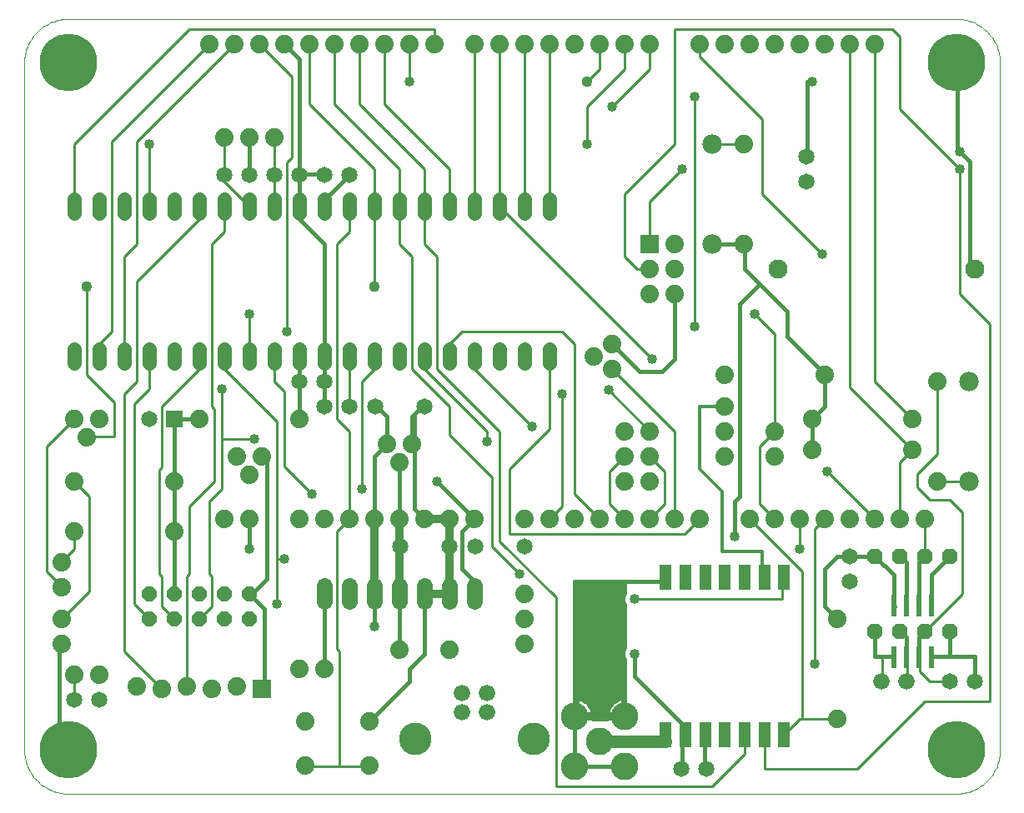
<source format=gtl>
G75*
G70*
%OFA0B0*%
%FSLAX24Y24*%
%IPPOS*%
%LPD*%
%AMOC8*
5,1,8,0,0,1.08239X$1,22.5*
%
%ADD10C,0.0000*%
%ADD11C,0.0560*%
%ADD12C,0.0740*%
%ADD13C,0.0650*%
%ADD14C,0.0660*%
%ADD15C,0.1300*%
%ADD16R,0.0740X0.0740*%
%ADD17OC8,0.0630*%
%ADD18R,0.0240X0.0870*%
%ADD19C,0.0160*%
%ADD20C,0.0768*%
%ADD21OC8,0.0600*%
%ADD22C,0.2300*%
%ADD23R,0.0650X0.0650*%
%ADD24C,0.0634*%
%ADD25C,0.0780*%
%ADD26C,0.1100*%
%ADD27R,0.0500X0.1000*%
%ADD28C,0.0100*%
%ADD29C,0.0150*%
%ADD30C,0.0320*%
%ADD31C,0.0400*%
%ADD32C,0.0436*%
%ADD33C,0.0500*%
%ADD34C,0.0240*%
%ADD35C,0.0120*%
D10*
X002430Y001811D02*
X037930Y001811D01*
X038013Y001813D01*
X038096Y001819D01*
X038179Y001829D01*
X038261Y001843D01*
X038343Y001860D01*
X038423Y001882D01*
X038502Y001907D01*
X038580Y001936D01*
X038657Y001969D01*
X038732Y002006D01*
X038805Y002045D01*
X038876Y002089D01*
X038945Y002135D01*
X039012Y002185D01*
X039076Y002238D01*
X039138Y002294D01*
X039197Y002353D01*
X039253Y002415D01*
X039306Y002479D01*
X039356Y002546D01*
X039402Y002615D01*
X039446Y002686D01*
X039485Y002759D01*
X039522Y002834D01*
X039555Y002911D01*
X039584Y002989D01*
X039609Y003068D01*
X039631Y003148D01*
X039648Y003230D01*
X039662Y003312D01*
X039672Y003395D01*
X039678Y003478D01*
X039680Y003561D01*
X039680Y031061D01*
X039678Y031144D01*
X039672Y031227D01*
X039662Y031310D01*
X039648Y031392D01*
X039631Y031474D01*
X039609Y031554D01*
X039584Y031633D01*
X039555Y031711D01*
X039522Y031788D01*
X039485Y031863D01*
X039446Y031936D01*
X039402Y032007D01*
X039356Y032076D01*
X039306Y032143D01*
X039253Y032207D01*
X039197Y032269D01*
X039138Y032328D01*
X039076Y032384D01*
X039012Y032437D01*
X038945Y032487D01*
X038876Y032533D01*
X038805Y032577D01*
X038732Y032616D01*
X038657Y032653D01*
X038580Y032686D01*
X038502Y032715D01*
X038423Y032740D01*
X038343Y032762D01*
X038261Y032779D01*
X038179Y032793D01*
X038096Y032803D01*
X038013Y032809D01*
X037930Y032811D01*
X002430Y032811D01*
X002347Y032809D01*
X002264Y032803D01*
X002181Y032793D01*
X002099Y032779D01*
X002017Y032762D01*
X001937Y032740D01*
X001858Y032715D01*
X001780Y032686D01*
X001703Y032653D01*
X001628Y032616D01*
X001555Y032577D01*
X001484Y032533D01*
X001415Y032487D01*
X001348Y032437D01*
X001284Y032384D01*
X001222Y032328D01*
X001163Y032269D01*
X001107Y032207D01*
X001054Y032143D01*
X001004Y032076D01*
X000958Y032007D01*
X000914Y031936D01*
X000875Y031863D01*
X000838Y031788D01*
X000805Y031711D01*
X000776Y031633D01*
X000751Y031554D01*
X000729Y031474D01*
X000712Y031392D01*
X000698Y031310D01*
X000688Y031227D01*
X000682Y031144D01*
X000680Y031061D01*
X000680Y003561D01*
X000682Y003478D01*
X000688Y003395D01*
X000698Y003312D01*
X000712Y003230D01*
X000729Y003148D01*
X000751Y003068D01*
X000776Y002989D01*
X000805Y002911D01*
X000838Y002834D01*
X000875Y002759D01*
X000914Y002686D01*
X000958Y002615D01*
X001004Y002546D01*
X001054Y002479D01*
X001107Y002415D01*
X001163Y002353D01*
X001222Y002294D01*
X001284Y002238D01*
X001348Y002185D01*
X001415Y002135D01*
X001484Y002089D01*
X001555Y002045D01*
X001628Y002006D01*
X001703Y001969D01*
X001780Y001936D01*
X001858Y001907D01*
X001937Y001882D01*
X002017Y001860D01*
X002099Y001843D01*
X002181Y001829D01*
X002264Y001819D01*
X002347Y001813D01*
X002430Y001811D01*
D11*
X002680Y019031D02*
X002680Y019591D01*
X003680Y019591D02*
X003680Y019031D01*
X004680Y019031D02*
X004680Y019591D01*
X005680Y019591D02*
X005680Y019031D01*
X006680Y019031D02*
X006680Y019591D01*
X007680Y019591D02*
X007680Y019031D01*
X008680Y019031D02*
X008680Y019591D01*
X009680Y019591D02*
X009680Y019031D01*
X010680Y019031D02*
X010680Y019591D01*
X011680Y019591D02*
X011680Y019031D01*
X012680Y019031D02*
X012680Y019591D01*
X013680Y019591D02*
X013680Y019031D01*
X014680Y019031D02*
X014680Y019591D01*
X015680Y019591D02*
X015680Y019031D01*
X016680Y019031D02*
X016680Y019591D01*
X017680Y019591D02*
X017680Y019031D01*
X018680Y019031D02*
X018680Y019591D01*
X019680Y019591D02*
X019680Y019031D01*
X020680Y019031D02*
X020680Y019591D01*
X021680Y019591D02*
X021680Y019031D01*
X021680Y025031D02*
X021680Y025591D01*
X020680Y025591D02*
X020680Y025031D01*
X019680Y025031D02*
X019680Y025591D01*
X018680Y025591D02*
X018680Y025031D01*
X017680Y025031D02*
X017680Y025591D01*
X016680Y025591D02*
X016680Y025031D01*
X015680Y025031D02*
X015680Y025591D01*
X014680Y025591D02*
X014680Y025031D01*
X013680Y025031D02*
X013680Y025591D01*
X012680Y025591D02*
X012680Y025031D01*
X011680Y025031D02*
X011680Y025591D01*
X010680Y025591D02*
X010680Y025031D01*
X009680Y025031D02*
X009680Y025591D01*
X008680Y025591D02*
X008680Y025031D01*
X007680Y025031D02*
X007680Y025591D01*
X006680Y025591D02*
X006680Y025031D01*
X005680Y025031D02*
X005680Y025591D01*
X004680Y025591D02*
X004680Y025031D01*
X003680Y025031D02*
X003680Y025591D01*
X002680Y025591D02*
X002680Y025031D01*
D12*
X008680Y028061D03*
X009680Y028061D03*
X010680Y028061D03*
X011080Y031811D03*
X012080Y031811D03*
X013080Y031811D03*
X014080Y031811D03*
X015080Y031811D03*
X016080Y031811D03*
X017080Y031811D03*
X018680Y031811D03*
X019680Y031811D03*
X020680Y031811D03*
X021680Y031811D03*
X022680Y031811D03*
X023680Y031811D03*
X024680Y031811D03*
X025680Y031811D03*
X027680Y031811D03*
X028680Y031811D03*
X029680Y031811D03*
X030680Y031811D03*
X031680Y031811D03*
X032680Y031811D03*
X033680Y031811D03*
X034680Y031811D03*
X029430Y027811D03*
X029430Y023811D03*
X026680Y023811D03*
X026680Y022811D03*
X026680Y021811D03*
X025680Y021811D03*
X025680Y022811D03*
X024180Y019811D03*
X023430Y019311D03*
X024180Y018811D03*
X024680Y016311D03*
X025680Y016311D03*
X025680Y015311D03*
X024680Y015311D03*
X024680Y014311D03*
X025680Y014311D03*
X025680Y012811D03*
X024680Y012811D03*
X023680Y012811D03*
X022680Y012811D03*
X021680Y012811D03*
X020680Y012811D03*
X018680Y012811D03*
X017680Y012811D03*
X016680Y012811D03*
X015680Y012811D03*
X014680Y012811D03*
X013680Y012811D03*
X012680Y012811D03*
X011680Y012811D03*
X009680Y012811D03*
X008680Y012811D03*
X009680Y014561D03*
X009180Y015311D03*
X010180Y015311D03*
X011680Y016811D03*
X015180Y015811D03*
X015680Y015061D03*
X016180Y015811D03*
X020680Y009811D03*
X020680Y008811D03*
X020680Y007811D03*
X017680Y007561D03*
X015680Y007561D03*
X012680Y006811D03*
X011680Y006811D03*
X011900Y004701D03*
X011900Y002921D03*
X014460Y002921D03*
X014460Y004701D03*
X009180Y006111D03*
X008180Y006011D03*
X007180Y006111D03*
X006180Y006011D03*
X005180Y006111D03*
X003680Y006561D03*
X002680Y006561D03*
X002180Y007811D03*
X002180Y008811D03*
X002180Y010061D03*
X002180Y011061D03*
X002680Y012311D03*
X002680Y014311D03*
X003180Y016061D03*
X002680Y016811D03*
X003680Y016811D03*
X006680Y014311D03*
X006680Y012311D03*
X007680Y016811D03*
X008080Y031811D03*
X009080Y031811D03*
X010080Y031811D03*
X028680Y018561D03*
X028680Y017311D03*
X028680Y016311D03*
X028680Y015311D03*
X030680Y015311D03*
X030680Y016311D03*
X032180Y016811D03*
X032180Y015561D03*
X031680Y012811D03*
X032680Y012811D03*
X033680Y012811D03*
X034680Y012811D03*
X035680Y012811D03*
X036680Y012811D03*
X037180Y014311D03*
X036180Y015561D03*
X036180Y016811D03*
X037180Y018311D03*
X032680Y018561D03*
X030680Y012811D03*
X029680Y012811D03*
X027680Y012811D03*
X026680Y012811D03*
X033180Y008811D03*
X033180Y004811D03*
D13*
X037680Y006311D03*
X038680Y006311D03*
X033680Y010311D03*
X033680Y011311D03*
X027930Y002811D03*
X026930Y002811D03*
X020664Y011686D03*
X018696Y011686D03*
X017664Y011686D03*
X015696Y011686D03*
X016664Y017311D03*
X014696Y017311D03*
X013680Y017311D03*
X012680Y017311D03*
X012680Y018311D03*
X011680Y018311D03*
X005680Y016811D03*
X008680Y026561D03*
X009680Y026561D03*
X010680Y026561D03*
X011680Y026561D03*
X012680Y026561D03*
X013680Y026561D03*
X031930Y026311D03*
X031930Y027311D03*
X003680Y005561D03*
X002680Y005561D03*
D14*
X018188Y005841D03*
X018188Y005061D03*
X019172Y005061D03*
X019172Y005841D03*
X034930Y006311D03*
X035930Y006311D03*
D15*
X021050Y003991D03*
X016310Y003991D03*
D16*
X010180Y006011D03*
X025680Y023811D03*
D17*
X034680Y011311D03*
X035680Y011311D03*
X036680Y011311D03*
X037680Y011311D03*
X037680Y008311D03*
X036680Y008311D03*
X035680Y008311D03*
X034680Y008311D03*
D18*
X035430Y007281D03*
X035930Y007281D03*
X036430Y007281D03*
X036930Y007281D03*
X036930Y009341D03*
X036430Y009341D03*
X035930Y009341D03*
X035430Y009341D03*
D19*
X035430Y009311D02*
X035430Y010561D01*
X034680Y011311D01*
X035680Y011311D02*
X035930Y011061D01*
X035930Y009311D01*
X036430Y009311D02*
X036430Y011061D01*
X036680Y011311D01*
X036930Y010561D02*
X037680Y011311D01*
X036930Y010561D02*
X036930Y009311D01*
X036680Y008311D02*
X036430Y008061D01*
X036430Y007311D01*
X036930Y007311D02*
X037680Y007311D01*
X037680Y008311D01*
X035930Y008061D02*
X035930Y007311D01*
X035430Y007311D02*
X034680Y007311D01*
X034680Y008311D01*
X035680Y008311D02*
X035930Y008061D01*
X024680Y002911D02*
X022680Y002911D01*
X022680Y004911D01*
X023680Y004911D01*
D20*
X030806Y022811D03*
X038680Y022811D03*
D21*
X009680Y009811D03*
X008680Y009811D03*
X007680Y009811D03*
X007680Y008811D03*
X008680Y008811D03*
X009680Y008811D03*
X006680Y008811D03*
X005680Y008811D03*
X005680Y009811D03*
X006680Y009811D03*
D22*
X002430Y003561D03*
X002430Y031061D03*
X037930Y031061D03*
X037930Y003561D03*
D23*
X006680Y016811D03*
D24*
X012680Y010128D02*
X012680Y009494D01*
X013680Y009494D02*
X013680Y010128D01*
X014680Y010128D02*
X014680Y009494D01*
X015680Y009494D02*
X015680Y010128D01*
X016680Y010128D02*
X016680Y009494D01*
X017680Y009494D02*
X017680Y010128D01*
X018680Y010128D02*
X018680Y009494D01*
D25*
X028180Y023811D03*
X028180Y027811D03*
X038430Y018311D03*
X038430Y014311D03*
D26*
X024680Y004911D03*
X023680Y003911D03*
X022680Y002911D03*
X024680Y002911D03*
X022680Y004911D03*
D27*
X026318Y004162D03*
X027105Y004162D03*
X027893Y004162D03*
X028680Y004162D03*
X029467Y004162D03*
X030255Y004162D03*
X031042Y004162D03*
X031042Y010461D03*
X030255Y010461D03*
X029467Y010461D03*
X028680Y010461D03*
X027893Y010461D03*
X027105Y010461D03*
X026318Y010461D03*
D28*
X025080Y009611D02*
X030980Y009611D01*
X030980Y010411D01*
X031042Y010461D01*
X031780Y010711D02*
X029680Y012811D01*
X030080Y013411D02*
X030080Y015711D01*
X030680Y016311D01*
X030680Y020211D01*
X029880Y021011D01*
X027480Y020511D02*
X027480Y029711D01*
X025680Y030811D02*
X025680Y031811D01*
X024680Y031811D02*
X024680Y030811D01*
X023180Y029311D01*
X023180Y027811D01*
X024180Y029311D02*
X025680Y030811D01*
X026680Y032411D02*
X026680Y027811D01*
X024680Y025811D01*
X024680Y023311D01*
X025180Y022811D01*
X025680Y022811D01*
X025680Y023811D02*
X025680Y025511D01*
X026980Y026811D01*
X028180Y027811D02*
X029430Y027811D01*
X030180Y028811D02*
X027680Y031311D01*
X027680Y031811D01*
X026680Y032411D02*
X035380Y032411D01*
X035680Y032111D01*
X035680Y029211D01*
X038080Y026811D01*
X038080Y021811D01*
X039280Y020611D01*
X039280Y005511D01*
X036680Y005511D01*
X033980Y002811D01*
X030280Y002811D01*
X030280Y004111D01*
X030255Y004162D01*
X029480Y004111D02*
X029480Y003411D01*
X028180Y002111D01*
X021930Y002111D01*
X021930Y009661D01*
X019680Y011911D01*
X019680Y016311D01*
X017180Y018811D01*
X017180Y023311D01*
X016680Y023811D01*
X016680Y025311D01*
X016680Y026811D01*
X014080Y029411D01*
X014080Y031811D01*
X013080Y031811D02*
X013080Y029411D01*
X015680Y026811D01*
X015680Y025311D01*
X015680Y023811D01*
X016180Y023311D01*
X016180Y018811D01*
X017680Y017311D01*
X017680Y016161D01*
X019380Y014461D01*
X019380Y011711D01*
X020480Y010611D01*
X020080Y012211D02*
X020080Y014811D01*
X021680Y016411D01*
X021680Y019311D01*
X022680Y019811D02*
X022180Y020311D01*
X018180Y020311D01*
X017680Y019811D01*
X017680Y019311D01*
X016680Y019311D02*
X016680Y018811D01*
X019180Y016311D01*
X019180Y015911D01*
X020980Y016511D02*
X018680Y018811D01*
X018680Y019311D01*
X022180Y017811D02*
X022180Y013311D01*
X021680Y012811D01*
X022680Y013811D02*
X023680Y012811D01*
X024080Y013411D02*
X024080Y014711D01*
X024680Y015311D01*
X025680Y015311D02*
X026280Y014711D01*
X026280Y013411D01*
X025680Y012811D01*
X024680Y012811D02*
X024080Y013411D01*
X022680Y013811D02*
X022680Y019811D01*
X024180Y018811D02*
X026680Y016311D01*
X026680Y012811D01*
X027080Y012211D02*
X020080Y012211D01*
X014180Y014011D02*
X014180Y018311D01*
X014680Y018811D01*
X014680Y019311D01*
X013680Y019311D02*
X013680Y017311D01*
X013180Y016811D02*
X013180Y023811D01*
X013680Y024311D01*
X013680Y025311D01*
X014680Y025311D02*
X014680Y022111D01*
X014680Y025311D02*
X014680Y026811D01*
X012080Y029411D01*
X012080Y031811D01*
X011380Y030511D02*
X011380Y027261D01*
X011180Y027061D01*
X011180Y020311D01*
X010680Y019311D02*
X010680Y018311D01*
X011080Y017911D01*
X011080Y014911D01*
X012180Y013811D01*
X013180Y012311D02*
X013680Y012811D01*
X013680Y016311D01*
X013180Y016811D01*
X010780Y016711D02*
X010780Y011211D01*
X011080Y011211D01*
X010780Y011211D02*
X010780Y009411D01*
X008180Y009311D02*
X007680Y008811D01*
X008180Y009311D02*
X008180Y010511D01*
X008080Y010611D01*
X008080Y013511D01*
X008580Y014011D01*
X008580Y016011D01*
X009880Y016011D01*
X010780Y016711D02*
X008680Y018811D01*
X008680Y019311D01*
X007680Y019311D02*
X007680Y018811D01*
X006180Y017311D01*
X006180Y014861D01*
X006080Y014761D01*
X006080Y010611D01*
X006180Y010511D01*
X006180Y009311D01*
X006680Y008811D01*
X005680Y008811D02*
X005080Y009411D01*
X005080Y017411D01*
X005680Y018011D01*
X005680Y019311D01*
X004680Y019311D02*
X004680Y023311D01*
X005180Y023811D01*
X005180Y027911D01*
X009080Y031811D01*
X010080Y031811D02*
X011380Y030511D01*
X010680Y028061D02*
X010680Y026561D01*
X010680Y025311D01*
X009680Y025311D02*
X008680Y026311D01*
X008680Y026561D01*
X008680Y028061D01*
X005680Y027811D02*
X005680Y025311D01*
X007680Y025311D02*
X007680Y024811D01*
X005180Y022311D01*
X005180Y018311D01*
X004680Y017811D01*
X004680Y007511D01*
X006180Y006011D01*
X007180Y006111D02*
X007180Y010511D01*
X007280Y010611D01*
X007280Y013311D01*
X008280Y014311D01*
X008280Y017211D01*
X008180Y017311D01*
X008180Y023811D01*
X008680Y024311D01*
X008680Y025311D01*
X004180Y027911D02*
X008080Y031811D01*
X007280Y032411D02*
X017080Y032411D01*
X017080Y031811D01*
X016080Y031811D02*
X016080Y030311D01*
X015080Y029411D02*
X015080Y031811D01*
X015080Y029411D02*
X017680Y026811D01*
X017680Y025311D01*
X018680Y025311D02*
X018680Y031811D01*
X019680Y031811D02*
X019680Y025311D01*
X025780Y019211D01*
X024030Y017961D02*
X025680Y016311D01*
X027680Y012811D02*
X027080Y012211D01*
X030080Y013411D02*
X030680Y012811D01*
X031680Y012811D02*
X031680Y011611D01*
X031780Y010711D02*
X031780Y004811D01*
X031680Y004811D01*
X031080Y004211D01*
X031042Y004162D01*
X031780Y004811D02*
X033180Y004811D01*
X034930Y006311D02*
X034980Y006311D01*
X034980Y007311D01*
X034680Y007311D01*
X034980Y007311D02*
X035480Y007311D01*
X035430Y007281D01*
X035930Y007281D02*
X035980Y007211D01*
X035980Y006311D01*
X035930Y006311D01*
X036480Y006711D02*
X036480Y007211D01*
X036430Y007281D01*
X036480Y007311D01*
X036430Y007311D01*
X035980Y007311D02*
X035930Y007311D01*
X035930Y007281D02*
X035980Y007311D01*
X036480Y006711D02*
X036880Y006311D01*
X037680Y006311D01*
X036680Y008311D02*
X038180Y009811D01*
X038180Y013061D01*
X037680Y013561D01*
X036880Y013561D01*
X036380Y014061D01*
X036380Y014611D01*
X037180Y015411D01*
X037180Y018311D01*
X036180Y016811D02*
X034680Y018311D01*
X034680Y031811D01*
X033680Y031811D02*
X033680Y018061D01*
X036180Y015561D01*
X035680Y015061D01*
X035680Y012811D01*
X036680Y012811D02*
X036680Y011311D01*
X034680Y012811D02*
X032780Y014711D01*
X032680Y012811D02*
X032280Y012411D01*
X032280Y007011D01*
X029467Y004162D02*
X029480Y004111D01*
X035930Y009311D02*
X035980Y009311D01*
X035930Y009341D01*
X036430Y009341D02*
X036480Y009311D01*
X036430Y009311D01*
X036930Y009311D02*
X036980Y009311D01*
X036930Y009341D01*
X037180Y014311D02*
X038430Y014311D01*
X032580Y023411D02*
X030180Y025811D01*
X030180Y028811D01*
X023680Y030811D02*
X023180Y030311D01*
X023680Y030811D02*
X023680Y031811D01*
X021680Y031811D02*
X021680Y025311D01*
X020680Y025311D02*
X020680Y031811D01*
X009680Y021011D02*
X009680Y019311D01*
X008580Y018011D02*
X008580Y016011D01*
X004280Y016111D02*
X004280Y017461D01*
X003180Y018561D01*
X003180Y022111D01*
X004180Y020311D02*
X004180Y027911D01*
X002680Y027811D02*
X007280Y032411D01*
X002680Y027811D02*
X002680Y025311D01*
X004180Y020311D02*
X003680Y019811D01*
X003680Y019311D01*
X002680Y016811D02*
X001580Y015711D01*
X001580Y010711D01*
X002180Y010111D01*
X002180Y010061D01*
X002180Y011061D02*
X002180Y011111D01*
X002680Y011611D01*
X002680Y012311D01*
X003280Y013711D02*
X002680Y014311D01*
X003280Y013711D02*
X003280Y009911D01*
X002180Y008811D01*
X002680Y006561D02*
X002680Y005561D01*
X011900Y002921D02*
X011980Y002911D01*
X013280Y002911D01*
X013280Y007511D01*
X013180Y007611D01*
X013180Y012311D01*
X004280Y016111D02*
X003180Y016111D01*
X003180Y016061D01*
X013280Y002911D02*
X014380Y002911D01*
X014460Y002921D01*
D29*
X014460Y004701D02*
X014480Y004711D01*
X016080Y006311D01*
X016080Y006811D01*
X016680Y007411D01*
X016680Y009811D01*
X015680Y009811D02*
X015680Y007561D01*
X014680Y008511D02*
X014680Y009811D01*
X012680Y009811D02*
X012680Y006811D01*
X010280Y006111D02*
X010180Y006011D01*
X010280Y006111D02*
X010280Y009211D01*
X009680Y009811D01*
X009780Y009811D01*
X010380Y010411D01*
X010380Y015111D01*
X010180Y015311D01*
X011680Y016811D02*
X011680Y018311D01*
X011680Y019311D01*
X012680Y019311D02*
X012680Y018311D01*
X012680Y017311D01*
X014696Y017311D02*
X014780Y017311D01*
X015180Y016911D01*
X015180Y015811D01*
X014680Y015311D01*
X014680Y012811D01*
X015680Y012811D02*
X015680Y015061D01*
X016180Y015811D02*
X016180Y016911D01*
X016230Y016961D01*
X016280Y016911D01*
X016280Y013211D01*
X016680Y012811D01*
X018180Y012311D02*
X018680Y012811D01*
X017180Y014311D01*
X018180Y012311D02*
X018180Y010811D01*
X018680Y010311D01*
X018680Y009811D01*
X017680Y011611D02*
X017664Y011686D01*
X017680Y011711D01*
X015696Y011686D02*
X015680Y011711D01*
X015696Y011686D02*
X015680Y011611D01*
X009680Y011611D02*
X009680Y012811D01*
X006680Y012311D02*
X006680Y014311D01*
X006680Y016811D01*
X007680Y016811D01*
X012680Y019311D02*
X012680Y023811D01*
X011680Y024811D01*
X011680Y025311D01*
X011680Y026561D01*
X011680Y026611D01*
X011680Y031211D01*
X011080Y031811D01*
X009680Y028061D02*
X009680Y026561D01*
X011680Y026611D02*
X012680Y026611D01*
X012680Y026561D01*
X013680Y026561D02*
X012680Y025561D01*
X012680Y025311D01*
X016580Y017311D02*
X016664Y017311D01*
X016580Y017311D02*
X016230Y016961D01*
X024180Y019811D02*
X025280Y018711D01*
X026180Y018711D01*
X026680Y019211D01*
X026680Y021811D01*
X028180Y023811D02*
X029430Y023811D01*
X029480Y023811D01*
X029480Y022811D01*
X030080Y022211D01*
X029280Y021411D01*
X029280Y013711D01*
X029080Y013511D01*
X029080Y012111D01*
X026318Y010461D02*
X026280Y010311D01*
X023680Y010311D01*
X023680Y004911D01*
X023959Y004836D02*
X023962Y004811D01*
X023398Y004811D01*
X023401Y004836D01*
X022755Y004836D01*
X022755Y004986D01*
X023401Y004986D01*
X023393Y005053D01*
X023368Y005145D01*
X023332Y005233D01*
X023284Y005315D01*
X023226Y005390D01*
X023159Y005458D01*
X023084Y005515D01*
X023001Y005563D01*
X022914Y005599D01*
X022822Y005624D01*
X022755Y005633D01*
X022755Y004986D01*
X022680Y004986D01*
X022680Y010311D01*
X024680Y010311D01*
X024680Y009883D01*
X024677Y009880D01*
X024605Y009706D01*
X024605Y009517D01*
X024677Y009342D01*
X024680Y009340D01*
X024680Y007683D01*
X024677Y007680D01*
X024605Y007506D01*
X024605Y007317D01*
X024677Y007142D01*
X024680Y007140D01*
X024680Y004986D01*
X024605Y004986D01*
X024605Y004836D01*
X023959Y004836D01*
X023959Y004986D02*
X024605Y004986D01*
X024605Y005633D01*
X024538Y005624D01*
X024446Y005599D01*
X024359Y005563D01*
X024276Y005515D01*
X024201Y005458D01*
X024134Y005390D01*
X024076Y005315D01*
X024028Y005233D01*
X023992Y005145D01*
X023967Y005053D01*
X023959Y004986D01*
X023974Y005078D02*
X023386Y005078D01*
X023334Y005227D02*
X024026Y005227D01*
X024122Y005375D02*
X023238Y005375D01*
X023069Y005524D02*
X024291Y005524D01*
X024605Y005524D02*
X024680Y005524D01*
X024680Y005672D02*
X022680Y005672D01*
X022680Y005524D02*
X022755Y005524D01*
X022755Y005375D02*
X022680Y005375D01*
X022680Y005227D02*
X022755Y005227D01*
X022755Y005078D02*
X022680Y005078D01*
X022755Y004930D02*
X024605Y004930D01*
X024605Y005078D02*
X024680Y005078D01*
X024680Y005227D02*
X024605Y005227D01*
X024605Y005375D02*
X024680Y005375D01*
X024680Y005821D02*
X022680Y005821D01*
X022680Y005969D02*
X024680Y005969D01*
X024680Y006118D02*
X022680Y006118D01*
X022680Y006266D02*
X024680Y006266D01*
X024680Y006415D02*
X022680Y006415D01*
X022680Y006563D02*
X024680Y006563D01*
X024680Y006712D02*
X022680Y006712D01*
X022680Y006860D02*
X024680Y006860D01*
X024680Y007009D02*
X022680Y007009D01*
X022680Y007157D02*
X024671Y007157D01*
X024610Y007306D02*
X022680Y007306D01*
X022680Y007454D02*
X024605Y007454D01*
X024645Y007603D02*
X022680Y007603D01*
X022680Y007751D02*
X024680Y007751D01*
X024680Y007900D02*
X022680Y007900D01*
X022680Y008048D02*
X024680Y008048D01*
X024680Y008197D02*
X022680Y008197D01*
X022680Y008345D02*
X024680Y008345D01*
X024680Y008494D02*
X022680Y008494D01*
X022680Y008642D02*
X024680Y008642D01*
X024680Y008791D02*
X022680Y008791D01*
X022680Y008939D02*
X024680Y008939D01*
X024680Y009088D02*
X022680Y009088D01*
X022680Y009236D02*
X024680Y009236D01*
X024660Y009385D02*
X022680Y009385D01*
X022680Y009533D02*
X024605Y009533D01*
X024605Y009682D02*
X022680Y009682D01*
X022680Y009830D02*
X024657Y009830D01*
X024680Y009979D02*
X022680Y009979D01*
X022680Y010127D02*
X024680Y010127D01*
X024680Y010276D02*
X022680Y010276D01*
X025080Y007411D02*
X025080Y006511D01*
X027080Y004511D01*
X027080Y004211D01*
X027105Y004162D01*
X027080Y004111D01*
X026980Y004011D01*
X026980Y002811D01*
X026930Y002811D01*
X027880Y002811D02*
X027930Y002811D01*
X027880Y002811D02*
X027880Y004111D01*
X027893Y004162D01*
X027880Y004211D01*
X032680Y009311D02*
X033180Y008811D01*
X032680Y009311D02*
X032680Y010811D01*
X033180Y011311D01*
X033680Y011311D01*
X034680Y011311D01*
X035430Y009341D02*
X035480Y009311D01*
X035430Y009311D01*
X036930Y007311D02*
X038680Y007311D01*
X038680Y006311D01*
X036980Y007311D02*
X036930Y007311D01*
X036930Y007281D02*
X036980Y007311D01*
X032180Y015561D02*
X032180Y016811D01*
X032680Y017311D01*
X032680Y018561D01*
X032680Y018611D01*
X031180Y020111D01*
X031180Y021111D01*
X030080Y022211D01*
X031930Y027311D02*
X031980Y027311D01*
X031980Y030311D01*
X032180Y030311D01*
X037930Y031061D02*
X037980Y031011D01*
X037980Y027611D01*
X038080Y027511D01*
X038480Y027111D01*
X038480Y023011D01*
X038680Y022811D01*
X026280Y010511D02*
X026318Y010461D01*
X006680Y009811D02*
X006680Y012311D01*
X002180Y007811D02*
X002080Y007711D01*
X002080Y003911D01*
X002430Y003561D01*
D30*
X014680Y009811D02*
X014680Y012811D01*
X015680Y012811D02*
X015680Y011711D01*
X015680Y011611D02*
X015680Y009811D01*
X016680Y009811D02*
X017680Y009811D01*
X017680Y011611D01*
X017680Y011711D02*
X017680Y012811D01*
X016680Y012811D01*
D31*
X017180Y014311D03*
X019180Y015911D03*
X020980Y016511D03*
X022180Y017811D03*
X024030Y017961D03*
X025780Y019211D03*
X027480Y020511D03*
X029880Y021011D03*
X032580Y023411D03*
X038080Y026811D03*
X038080Y027511D03*
X032180Y030311D03*
X027480Y029711D03*
X026980Y026811D03*
X024180Y029311D03*
X023180Y027811D03*
X016080Y030311D03*
X005680Y027811D03*
X009680Y021011D03*
X011180Y020311D03*
X008580Y018011D03*
X009880Y016011D03*
X012180Y013811D03*
X014180Y014011D03*
X011080Y011211D03*
X009680Y011611D03*
X010780Y009411D03*
X014680Y008511D03*
X020480Y010611D03*
X025080Y009611D03*
X025080Y007411D03*
X029080Y012111D03*
X031680Y011611D03*
X032780Y014711D03*
X032280Y007011D03*
D32*
X024180Y009811D03*
X023180Y009811D03*
X014680Y022111D03*
X023180Y030311D03*
X003180Y022111D03*
D33*
X023680Y003911D02*
X026318Y003911D01*
D34*
X026318Y004162D01*
D35*
X030180Y010461D02*
X030180Y011511D01*
X028580Y011511D01*
X028580Y013911D01*
X027680Y014811D01*
X027680Y017311D01*
X028680Y017311D01*
X030180Y010461D02*
X030255Y010461D01*
M02*

</source>
